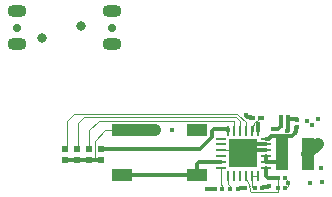
<source format=gbr>
%TF.GenerationSoftware,Altium Limited,Altium Designer,23.10.1 (27)*%
G04 Layer_Physical_Order=1*
G04 Layer_Color=255*
%FSLAX45Y45*%
%MOMM*%
%TF.SameCoordinates,C732C167-A78C-4608-B65C-7F4C8643914A*%
%TF.FilePolarity,Positive*%
%TF.FileFunction,Copper,L1,Top,Signal*%
%TF.Part,Single*%
G01*
G75*
%TA.AperFunction,Conductor*%
%ADD10C,0.10000*%
%TA.AperFunction,SMDPad,CuDef*%
%ADD11R,1.70000X1.00000*%
%ADD12O,0.25000X0.85000*%
%ADD13O,0.85000X0.25000*%
%ADD14R,2.45000X2.45000*%
%ADD15R,0.30000X0.30000*%
%ADD16R,1.00000X2.70000*%
%ADD17R,0.50000X0.45000*%
G04:AMPARAMS|DCode=18|XSize=0.55mm|YSize=0.5mm|CornerRadius=0.0625mm|HoleSize=0mm|Usage=FLASHONLY|Rotation=0.000|XOffset=0mm|YOffset=0mm|HoleType=Round|Shape=RoundedRectangle|*
%AMROUNDEDRECTD18*
21,1,0.55000,0.37500,0,0,0.0*
21,1,0.42500,0.50000,0,0,0.0*
1,1,0.12500,0.21250,-0.18750*
1,1,0.12500,-0.21250,-0.18750*
1,1,0.12500,-0.21250,0.18750*
1,1,0.12500,0.21250,0.18750*
%
%ADD18ROUNDEDRECTD18*%
%ADD19R,0.30000X0.30000*%
%TA.AperFunction,Conductor*%
%ADD20C,0.30000*%
%ADD21C,1.00000*%
%TA.AperFunction,ComponentPad*%
%ADD22O,1.60000X1.10000*%
%ADD23C,0.71000*%
%TA.AperFunction,ViaPad*%
%ADD24C,0.40000*%
%ADD25C,0.50000*%
%ADD26C,0.80000*%
D10*
X29463000Y1970900D02*
G03*
X29458633Y1989433I-41500J-0D01*
G01*
X29550201Y2571300D02*
X29552701D01*
X29522995Y2544094D02*
X29550201Y2571300D01*
X29514258Y2544094D02*
X29522995D01*
X29481299Y2495700D02*
X29481842D01*
X29495505Y2509364D02*
Y2525642D01*
X29507162Y2537300D02*
X29507462D01*
X29481842Y2495700D02*
X29495505Y2509364D01*
X29507462Y2537300D02*
X29514258Y2544094D01*
X29495505Y2525642D02*
X29507162Y2537300D01*
X28181699Y2544500D02*
X29321841D01*
X29327701Y2538642D01*
X28101700Y2464500D02*
X28181699Y2544500D01*
X29489200Y2458800D02*
Y2487800D01*
X29429001Y2458800D02*
Y2529600D01*
X29354300Y2604300D02*
X29429001Y2529600D01*
X27969101Y2604300D02*
X29354300D01*
X29481299Y2495700D02*
X29489200Y2487800D01*
X29487296Y2456896D02*
X29489200Y2458800D01*
X29486700Y2456896D02*
X29487296D01*
X29469971Y1943500D02*
X29696841D01*
X29463000Y1949359D02*
X29468860Y1943500D01*
X29469971Y1943500D01*
X29463000Y1970900D02*
X29463000Y1949359D01*
X29702701Y1949358D02*
Y1975500D01*
X29696841Y1943500D02*
X29702701Y1949358D01*
X29225400Y1968800D02*
Y1994800D01*
X29254001Y2293800D02*
X29419000D01*
X29277701Y2012500D02*
Y2103024D01*
X29296600Y1969100D02*
Y1993601D01*
X29429001Y2048800D02*
Y2078800D01*
Y2048800D02*
X29458630Y1989433D01*
X29479001Y1988374D02*
Y2078800D01*
X29493701Y1977768D02*
X29503699Y1971500D01*
X29482730Y1984644D02*
X29493701Y1977768D01*
X29479001Y1988374D02*
X29482730Y1984644D01*
X29485172Y2078800D02*
X29529001D01*
X29479001D02*
X29485172D01*
X29781961Y2024240D02*
Y2038240D01*
Y2012760D02*
X29787701Y2018500D01*
X29762701Y1975500D02*
X29781961Y1994760D01*
X29762701Y2057500D02*
X29781961Y2038240D01*
Y1994760D02*
Y2012760D01*
Y2024240D02*
X29787701Y2018500D01*
X29702701Y1975500D02*
Y2057500D01*
X29529001Y2052593D02*
Y2078800D01*
X28056699Y2574500D02*
X29346701D01*
X29377701Y2448081D02*
Y2543500D01*
X29346701Y2574500D02*
X29377701Y2543500D01*
X28006699Y2524500D02*
X28056699Y2574500D01*
X28006699Y2300948D02*
Y2524500D01*
X28101700Y2303338D02*
Y2464500D01*
X28237701D02*
X28382700D01*
X28147699Y2374500D02*
X28237701Y2464500D01*
X29277701Y2012500D02*
X29296600Y1993601D01*
X29214001Y2006200D02*
X29225400Y1994800D01*
X29214001Y2006200D02*
Y2143800D01*
X27910300Y2298900D02*
Y2545500D01*
X29327701Y2499054D02*
Y2538642D01*
X29329001Y2458800D02*
Y2484741D01*
X29322070Y2491670D02*
X29329001Y2484741D01*
X28147699Y2219358D02*
Y2374500D01*
Y2219358D02*
X28153558Y2213500D01*
X27910300Y2545500D02*
X27969101Y2604300D01*
D11*
X29012698Y2464500D02*
D03*
X28382700D02*
D03*
X29012698Y2084500D02*
D03*
X28382700D02*
D03*
D12*
X29529001Y2458800D02*
D03*
X29479001D02*
D03*
X29429001D02*
D03*
X29379001D02*
D03*
X29329001D02*
D03*
X29279001D02*
D03*
Y2078800D02*
D03*
X29329001D02*
D03*
X29379001D02*
D03*
X29429001D02*
D03*
X29479001D02*
D03*
X29529001D02*
D03*
D13*
X29214001Y2393800D02*
D03*
Y2343800D02*
D03*
Y2293800D02*
D03*
Y2243800D02*
D03*
Y2193800D02*
D03*
Y2143800D02*
D03*
X29594000D02*
D03*
Y2193800D02*
D03*
Y2243800D02*
D03*
Y2293800D02*
D03*
Y2343800D02*
D03*
Y2393800D02*
D03*
D14*
X29404001Y2268800D02*
D03*
D15*
X29783701Y2496500D02*
D03*
X29723700D02*
D03*
X29702701Y1975500D02*
D03*
X29762701D02*
D03*
X29702701Y2057500D02*
D03*
X29762701D02*
D03*
X29503699Y1971500D02*
D03*
X29563699D02*
D03*
X29296600Y1969100D02*
D03*
X29356601D02*
D03*
X29225400Y1968800D02*
D03*
X29165399D02*
D03*
X29785699Y2577500D02*
D03*
X29725699D02*
D03*
D16*
X29952701Y2260500D02*
D03*
X29732700D02*
D03*
D17*
X29477701Y2571300D02*
D03*
X29552701D02*
D03*
D18*
X27897699Y2213500D02*
D03*
Y2304500D02*
D03*
X28097699Y2213500D02*
D03*
Y2304500D02*
D03*
X27997699Y2213500D02*
D03*
Y2304500D02*
D03*
X28197699Y2213500D02*
D03*
Y2304500D02*
D03*
D19*
X29859698Y2553500D02*
D03*
Y2493500D02*
D03*
D20*
X29657156Y2475287D02*
X29702487D01*
X29723700Y2496500D01*
X29655576Y2473705D02*
X29657156Y2475287D01*
X29527005Y2512595D02*
X29528003Y2511597D01*
Y2459797D02*
X29529001Y2458800D01*
X29528003Y2459797D02*
Y2511597D01*
X29854401Y2488200D02*
X29859698Y2493500D01*
X29820245Y2417000D02*
X29854401Y2451154D01*
Y2488200D01*
X29673795Y2417000D02*
X29820245D01*
X29671808Y2415013D02*
X29673795Y2417000D01*
X29654877Y2414377D02*
X29655511Y2415013D01*
X29671808D01*
X29780313Y2459913D02*
Y2493113D01*
X29778900Y2458500D02*
X29780313Y2459913D01*
Y2493113D02*
X29783701Y2496500D01*
Y2556500D01*
X29619000Y2393800D02*
X29636386Y2411187D01*
X29594000Y2393800D02*
X29619000D01*
X29945099Y2260500D02*
X29952701D01*
X29594000Y2193800D02*
Y2243800D01*
X29697699Y2197700D02*
X29732700Y2232700D01*
X29599399Y2197700D02*
X29697699D01*
X29732700Y2232700D02*
Y2260500D01*
X29723700Y2496500D02*
Y2556500D01*
X29102399Y1970400D02*
X29162299D01*
X29426700Y2590500D02*
X29438400Y2578800D01*
X29470200D02*
X29477701Y2571300D01*
X29438400Y2578800D02*
X29470200D01*
X29702701Y2057500D02*
X29702701D01*
X29611575D02*
X29702701D01*
X29594000Y2075074D02*
Y2143800D01*
Y2075074D02*
X29611575Y2057500D01*
X28203973Y2310728D02*
Y2310772D01*
Y2310728D02*
X28210199Y2304500D01*
X29037399D01*
X29140701Y2456026D02*
X29158273Y2473600D01*
X29037399Y2304500D02*
X29140701Y2407800D01*
X29158273Y2473600D02*
X29276501D01*
X29140701Y2407800D02*
Y2456026D01*
X29276501Y2473600D02*
X29279001Y2471100D01*
Y2458800D02*
Y2471100D01*
X29012698Y2176226D02*
X29030273Y2193800D01*
X29214001D01*
X29012698Y2084500D02*
Y2176226D01*
X28382700Y2084500D02*
X29012698D01*
X29618561Y1983760D02*
X29624301Y1989500D01*
X29563699Y1971500D02*
X29575961Y1983760D01*
X29618561D01*
X29783701Y2556500D02*
X29856699D01*
X29429001Y2293800D02*
X29594000D01*
X29376700Y1973500D02*
X29418900D01*
X29421500Y1970900D01*
X29404001Y2268800D02*
X29429001Y2293800D01*
X29479001Y2343800D02*
X29594000D01*
X29459000Y2323800D02*
X29479001Y2343800D01*
X29856699Y2556500D02*
X29859698Y2553500D01*
X28153558Y2213500D02*
X28197699D01*
X28097699D02*
X28153558D01*
X27997699D02*
X28097699D01*
X27897699D02*
X27997699D01*
D21*
X28395200Y2464500D02*
X28655518D01*
X29945099Y2260500D02*
X30035501Y2350900D01*
D22*
X27492700Y3476000D02*
D03*
Y3190000D02*
D03*
X28292700D02*
D03*
Y3476000D02*
D03*
D23*
X27492700Y3333000D02*
D03*
X28292700D02*
D03*
D24*
X29846399Y2440700D02*
D03*
X29655576Y2473705D02*
D03*
X29527005Y2512594D02*
D03*
X29778900Y2458500D02*
D03*
X29653601Y2413100D02*
D03*
X28533838Y2497239D02*
D03*
X28804547Y2462272D02*
D03*
X28959235D02*
D03*
X28655518Y2456613D02*
D03*
X28395200Y2473600D02*
D03*
X29955499Y2250700D02*
D03*
X29991901Y2333500D02*
D03*
X30060300Y2143400D02*
D03*
X30072101Y2026900D02*
D03*
X29969101Y2020900D02*
D03*
X29939200Y2362400D02*
D03*
X29941599Y2545900D02*
D03*
X30036600Y2561200D02*
D03*
X29987701Y2504500D02*
D03*
X29102399Y1970400D02*
D03*
X29426700Y2590500D02*
D03*
X29624301Y1989500D02*
D03*
X29421500Y1970900D02*
D03*
X29787701Y2018500D02*
D03*
D25*
X29459000Y2323800D02*
D03*
Y2213800D02*
D03*
X29348999Y2323800D02*
D03*
Y2213800D02*
D03*
D26*
X27697699Y3244500D02*
D03*
X28035468Y3349349D02*
D03*
%TF.MD5,ae50498800d8204879561e908d4b160f*%
M02*

</source>
